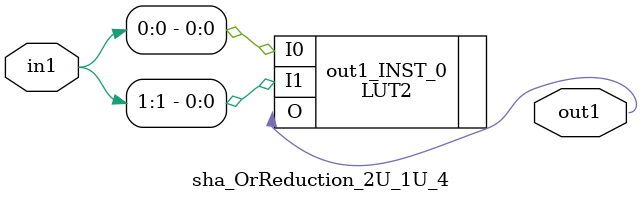
<source format=v>
`timescale 1 ps / 1 ps

(* STRUCTURAL_NETLIST = "yes" *)
module sha_OrReduction_2U_1U_4
   (in1,
    out1);
  input [1:0]in1;
  output out1;

  wire [1:0]in1;
  wire out1;

  LUT2 #(
    .INIT(4'hE)) 
    out1_INST_0
       (.I0(in1[0]),
        .I1(in1[1]),
        .O(out1));
endmodule


</source>
